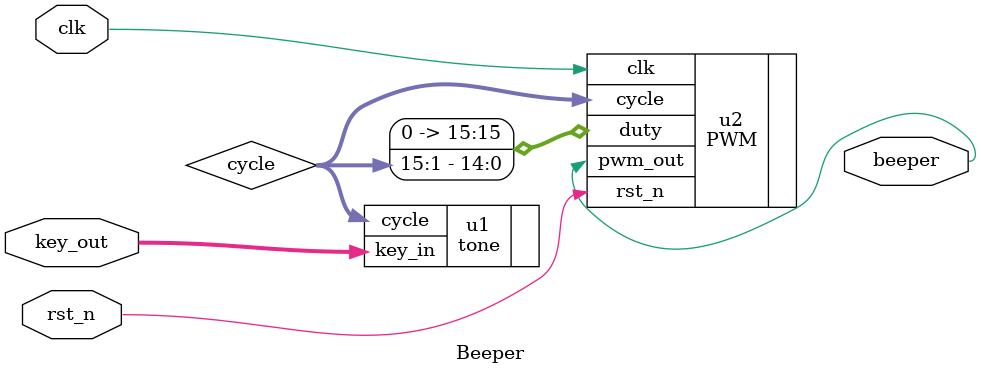
<source format=v>
module Beeper
(
input					clk,
input					rst_n,
input			[15:0]	key_out,
output					beeper
);

wire [15:0]	cycle;
//½«°´¼üÐÅÏ¢Òë³ÉÒô½Ú¶ÔÓ¦µÄÖÜÆÚcycleÖµ
tone u1
(
.key_in					(key_out	),
.cycle					(cycle		)
);

//¸ù¾Ý²»Í¬Òô½ÚµÄÖÜÆÚcycleÖµ²úÉú¶ÔÓ¦µÄPWMÐÅºÅ
PWM #
(
.WIDTH					(16			)	//ensure that 2**WIDTH > cycle
)
u2
(
.clk					(clk		),
.rst_n					(rst_n		),
.cycle					(cycle		),	//cycle > duty
.duty					(cycle>>1	),	//duty < cycle
.pwm_out				(beeper	)
);
	
endmodule
</source>
